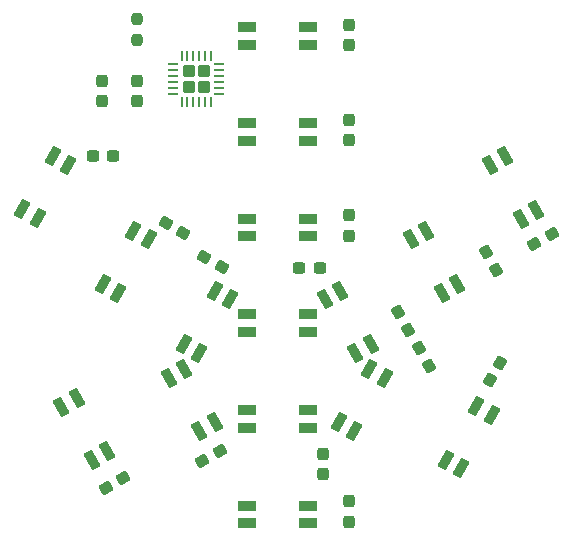
<source format=gbr>
%TF.GenerationSoftware,KiCad,Pcbnew,8.0.8*%
%TF.CreationDate,2025-04-07T13:38:17-04:00*%
%TF.ProjectId,pcb_tile_game_tile_ooo,7063625f-7469-46c6-955f-67616d655f74,1.0*%
%TF.SameCoordinates,Original*%
%TF.FileFunction,Paste,Top*%
%TF.FilePolarity,Positive*%
%FSLAX46Y46*%
G04 Gerber Fmt 4.6, Leading zero omitted, Abs format (unit mm)*
G04 Created by KiCad (PCBNEW 8.0.8) date 2025-04-07 13:38:17*
%MOMM*%
%LPD*%
G01*
G04 APERTURE LIST*
G04 Aperture macros list*
%AMRoundRect*
0 Rectangle with rounded corners*
0 $1 Rounding radius*
0 $2 $3 $4 $5 $6 $7 $8 $9 X,Y pos of 4 corners*
0 Add a 4 corners polygon primitive as box body*
4,1,4,$2,$3,$4,$5,$6,$7,$8,$9,$2,$3,0*
0 Add four circle primitives for the rounded corners*
1,1,$1+$1,$2,$3*
1,1,$1+$1,$4,$5*
1,1,$1+$1,$6,$7*
1,1,$1+$1,$8,$9*
0 Add four rect primitives between the rounded corners*
20,1,$1+$1,$2,$3,$4,$5,0*
20,1,$1+$1,$4,$5,$6,$7,0*
20,1,$1+$1,$6,$7,$8,$9,0*
20,1,$1+$1,$8,$9,$2,$3,0*%
G04 Aperture macros list end*
%ADD10RoundRect,0.237500X0.237500X-0.300000X0.237500X0.300000X-0.237500X0.300000X-0.237500X-0.300000X0*%
%ADD11RoundRect,0.237500X-0.378558X-0.055681X0.141058X-0.355681X0.378558X0.055681X-0.141058X0.355681X0*%
%ADD12RoundRect,0.237500X0.300000X0.237500X-0.300000X0.237500X-0.300000X-0.237500X0.300000X-0.237500X0*%
%ADD13RoundRect,0.237500X-0.237500X0.250000X-0.237500X-0.250000X0.237500X-0.250000X0.237500X0.250000X0*%
%ADD14RoundRect,0.237500X-0.141058X-0.355681X0.378558X-0.055681X0.141058X0.355681X-0.378558X0.055681X0*%
%ADD15RoundRect,0.237500X-0.355681X0.141058X-0.055681X-0.378558X0.355681X-0.141058X0.055681X0.378558X0*%
%ADD16RoundRect,0.237500X0.355681X-0.141058X0.055681X0.378558X-0.355681X0.141058X-0.055681X-0.378558X0*%
%ADD17RoundRect,0.237500X-0.055681X0.378558X-0.355681X-0.141058X0.055681X-0.378558X0.355681X0.141058X0*%
%ADD18RoundRect,0.237500X0.378558X0.055681X-0.141058X0.355681X-0.378558X-0.055681X0.141058X-0.355681X0*%
%ADD19RoundRect,0.250000X-0.275000X-0.275000X0.275000X-0.275000X0.275000X0.275000X-0.275000X0.275000X0*%
%ADD20RoundRect,0.062500X-0.350000X-0.062500X0.350000X-0.062500X0.350000X0.062500X-0.350000X0.062500X0*%
%ADD21RoundRect,0.062500X-0.062500X-0.350000X0.062500X-0.350000X0.062500X0.350000X-0.062500X0.350000X0*%
%ADD22RoundRect,0.082000X-0.718000X0.328000X-0.718000X-0.328000X0.718000X-0.328000X0.718000X0.328000X0*%
%ADD23RoundRect,0.082000X-0.643056X-0.457806X-0.074944X-0.785806X0.643056X0.457806X0.074944X0.785806X0*%
%ADD24RoundRect,0.082000X-0.074944X0.785806X-0.643056X0.457806X0.074944X-0.785806X0.643056X-0.457806X0*%
G04 APERTURE END LIST*
D10*
%TO.C,C2*%
X143860000Y-96825000D03*
X143860000Y-95100000D03*
%TD*%
D11*
%TO.C,C14*%
X133766106Y-78437502D03*
X135260000Y-79300000D03*
%TD*%
D12*
%TO.C,C3*%
X143560000Y-79400000D03*
X141835000Y-79400000D03*
%TD*%
D13*
%TO.C,R1*%
X128099386Y-58275000D03*
X128099386Y-60100000D03*
%TD*%
D14*
%TO.C,C11*%
X125413053Y-98031250D03*
X126906947Y-97168750D03*
%TD*%
D10*
%TO.C,C18*%
X128099386Y-65237500D03*
X128099386Y-63512500D03*
%TD*%
%TO.C,C5*%
X146060000Y-68572500D03*
X146060000Y-66847500D03*
%TD*%
D15*
%TO.C,C9*%
X150197500Y-83106106D03*
X151060000Y-84600000D03*
%TD*%
D10*
%TO.C,C6*%
X146060000Y-60500000D03*
X146060000Y-58775000D03*
%TD*%
D16*
%TO.C,C15*%
X152791249Y-87646947D03*
X151928751Y-86153053D03*
%TD*%
D14*
%TO.C,C7*%
X161713053Y-77331250D03*
X163206947Y-76468750D03*
%TD*%
D17*
%TO.C,C16*%
X158822500Y-87406106D03*
X157960000Y-88900000D03*
%TD*%
D18*
%TO.C,C13*%
X132006947Y-76431250D03*
X130513053Y-75568750D03*
%TD*%
D15*
%TO.C,C8*%
X157628750Y-78053053D03*
X158491250Y-79546947D03*
%TD*%
D10*
%TO.C,C1*%
X146060000Y-100862500D03*
X146060000Y-99137500D03*
%TD*%
D14*
%TO.C,C10*%
X133613053Y-95731250D03*
X135106947Y-94868750D03*
%TD*%
D10*
%TO.C,C4*%
X146060000Y-76645000D03*
X146060000Y-74920000D03*
%TD*%
D19*
%TO.C,U2*%
X132449386Y-62725000D03*
X132449386Y-64025000D03*
X133749386Y-62725000D03*
X133749386Y-64025000D03*
D20*
X131161886Y-62125000D03*
X131161886Y-62625000D03*
X131161886Y-63125000D03*
X131161886Y-63625000D03*
X131161886Y-64125000D03*
X131161886Y-64625000D03*
D21*
X131849386Y-65312500D03*
X132349386Y-65312500D03*
X132849386Y-65312500D03*
X133349386Y-65312500D03*
X133849386Y-65312500D03*
X134349386Y-65312500D03*
D20*
X135036886Y-64625000D03*
X135036886Y-64125000D03*
X135036886Y-63625000D03*
X135036886Y-63125000D03*
X135036886Y-62625000D03*
X135036886Y-62125000D03*
D21*
X134349386Y-61437500D03*
X133849386Y-61437500D03*
X133349386Y-61437500D03*
X132849386Y-61437500D03*
X132349386Y-61437500D03*
X131849386Y-61437500D03*
%TD*%
D10*
%TO.C,C17*%
X125099386Y-65237500D03*
X125099386Y-63512500D03*
%TD*%
D12*
%TO.C,C12*%
X126060000Y-69900000D03*
X124335000Y-69900000D03*
%TD*%
D22*
%TO.C,LED4*%
X142560000Y-83300000D03*
X142560000Y-84800000D03*
X137360000Y-84800000D03*
X137360000Y-83300000D03*
%TD*%
%TO.C,LED3*%
X142560000Y-75200000D03*
X142560000Y-76700000D03*
X137360000Y-76700000D03*
X137360000Y-75200000D03*
%TD*%
D23*
%TO.C,LED13*%
X127760961Y-76217383D03*
X129060000Y-76967383D03*
X126460000Y-81470715D03*
X125160961Y-80720715D03*
%TD*%
D24*
%TO.C,LED8*%
X155159520Y-80720714D03*
X153860481Y-81470714D03*
X151260481Y-76967382D03*
X152559521Y-76217382D03*
%TD*%
%TO.C,LED11*%
X125560000Y-94900001D03*
X124260960Y-95650000D03*
X121660961Y-91146668D03*
X122959998Y-90396668D03*
%TD*%
D22*
%TO.C,LED2*%
X142560000Y-67100000D03*
X142560000Y-68600000D03*
X137360000Y-68600000D03*
X137360000Y-67100000D03*
%TD*%
%TO.C,LED5*%
X142560000Y-91400000D03*
X142560000Y-92900000D03*
X137360000Y-92900000D03*
X137360000Y-91400000D03*
%TD*%
D24*
%TO.C,LED7*%
X161859040Y-74450000D03*
X160560001Y-75200000D03*
X157960001Y-70696668D03*
X159259040Y-69946668D03*
%TD*%
D22*
%TO.C,LED1*%
X142560000Y-59000000D03*
X142560000Y-60500000D03*
X137360000Y-60500000D03*
X137360000Y-59000000D03*
%TD*%
D23*
%TO.C,LED16*%
X156819740Y-91107559D03*
X158118779Y-91857559D03*
X155518779Y-96360891D03*
X154219740Y-95610891D03*
%TD*%
%TO.C,LED15*%
X147760000Y-87946667D03*
X149059039Y-88696667D03*
X146459039Y-93199999D03*
X145160000Y-92449999D03*
%TD*%
D24*
%TO.C,LED9*%
X147860000Y-85800000D03*
X146560961Y-86550000D03*
X143960961Y-82046668D03*
X145260000Y-81296668D03*
%TD*%
D23*
%TO.C,LED12*%
X120960000Y-69896668D03*
X122259039Y-70646668D03*
X119659039Y-75150000D03*
X118360000Y-74400000D03*
%TD*%
D22*
%TO.C,LED6*%
X142560000Y-99500000D03*
X142560000Y-101000000D03*
X137360000Y-101000000D03*
X137360000Y-99500000D03*
%TD*%
D24*
%TO.C,LED10*%
X134659039Y-92450000D03*
X133360000Y-93200000D03*
X130760000Y-88696668D03*
X132059039Y-87946668D03*
%TD*%
D23*
%TO.C,LED14*%
X134660000Y-81296667D03*
X135959039Y-82046667D03*
X133359039Y-86549999D03*
X132060000Y-85799999D03*
%TD*%
M02*

</source>
